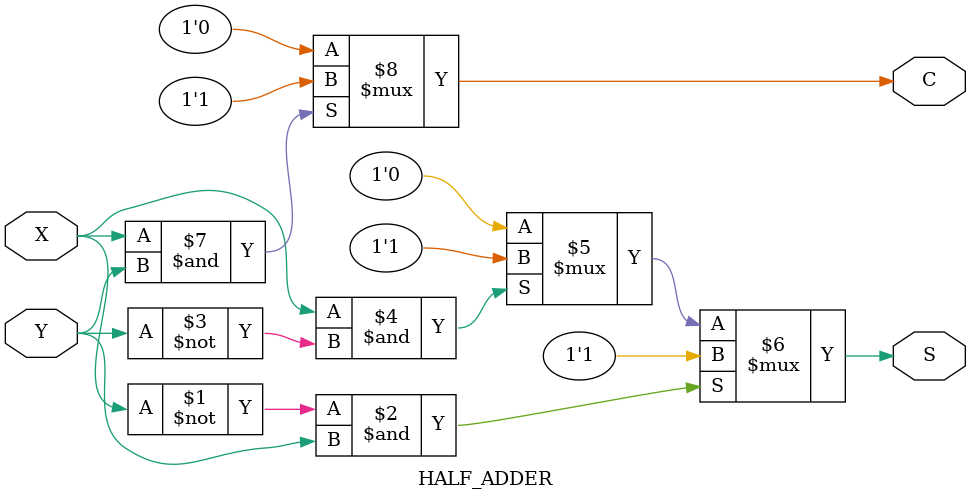
<source format=v>
module HALF_ADDER(X, Y, S, C);
    input X, Y;
    output S, C;

    assign S = (~X & Y) ? 1'b1 :
                (X & ~Y) ? 1'b1 :
                            1'b0;
    assign C = (X & Y) ? 1'b1 : 1'b0;
endmodule
</source>
